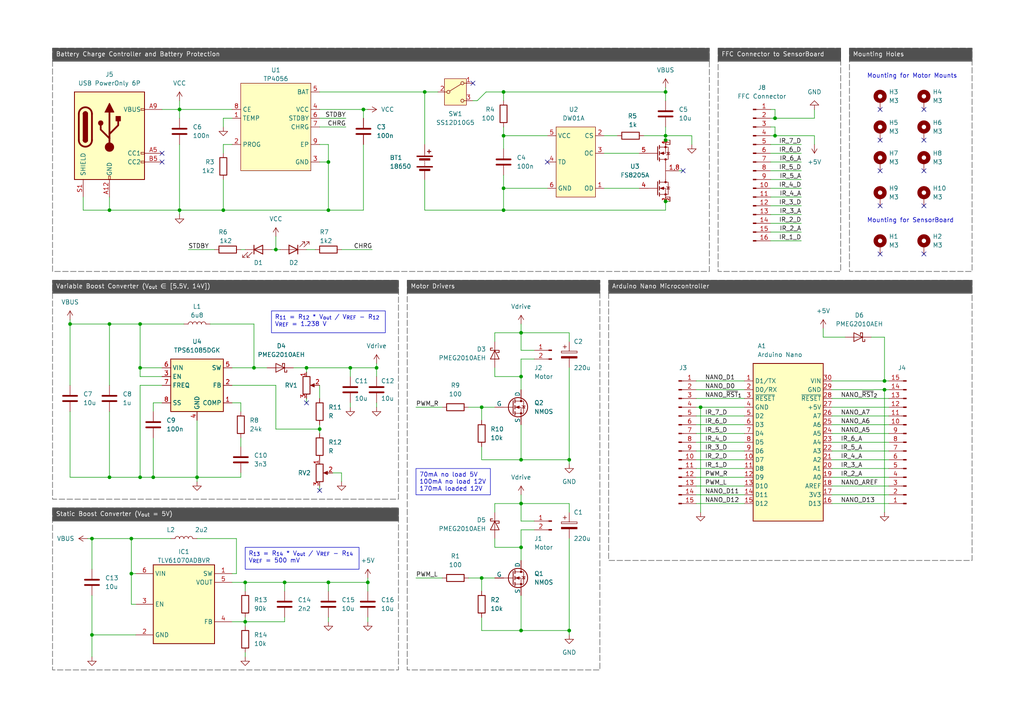
<source format=kicad_sch>
(kicad_sch (version 20231120) (generator "eeschema") (generator_version "8.0")
  (paper "A4")
  (junction (at 31.75 93.98))
  (junction (at 151.13 133.35))
  (junction (at 193.04 58.42))
  (junction (at 151.13 146.05))
  (junction (at 95.25 46.99))
  (junction (at 31.75 60.96))
  (junction (at 203.2 118.11))
  (junction (at 151.13 158.75))
  (junction (at 31.75 138.43))
  (junction (at 73.66 106.68))
  (junction (at 71.12 180.34))
  (junction (at 151.13 109.22))
  (junction (at 123.19 26.67))
  (junction (at 92.71 124.46))
  (junction (at 256.54 113.03))
  (junction (at 26.67 184.15))
  (junction (at 71.12 168.91))
  (junction (at 146.05 60.96))
  (junction (at 139.7 118.11))
  (junction (at 151.13 96.52))
  (junction (at 44.45 138.43))
  (junction (at 165.1 133.35))
  (junction (at 80.01 72.39))
  (junction (at 224.79 34.29))
  (junction (at 165.1 182.88))
  (junction (at 105.41 31.75))
  (junction (at 40.64 106.68))
  (junction (at 88.9 106.68))
  (junction (at 109.22 106.68))
  (junction (at 26.67 156.21))
  (junction (at 64.77 60.96))
  (junction (at 40.64 138.43))
  (junction (at 256.54 110.49))
  (junction (at 146.05 39.37))
  (junction (at 95.25 168.91))
  (junction (at 193.04 26.67))
  (junction (at 52.07 60.96))
  (junction (at 52.07 31.75))
  (junction (at 82.55 168.91))
  (junction (at 106.68 168.91))
  (junction (at 193.04 39.37))
  (junction (at 146.05 54.61))
  (junction (at 95.25 60.96))
  (junction (at 40.64 93.98))
  (junction (at 57.15 138.43))
  (junction (at 146.05 26.67))
  (junction (at 38.1 166.37))
  (junction (at 139.7 167.64))
  (junction (at 151.13 182.88))
  (junction (at 193.04 40.64))
  (junction (at 20.32 93.98))
  (junction (at 38.1 156.21))
  (junction (at 101.6 106.68))
  (junction (at 224.79 39.37))
  (no_connect (at 46.99 46.99))
  (no_connect (at 267.97 59.69))
  (no_connect (at 255.27 73.66))
  (no_connect (at 255.27 49.53))
  (no_connect (at 267.97 40.64))
  (no_connect (at 255.27 59.69))
  (no_connect (at 255.27 31.75))
  (no_connect (at 46.99 44.45))
  (no_connect (at 92.71 142.24))
  (no_connect (at 158.75 46.99))
  (no_connect (at 137.16 24.13))
  (no_connect (at 267.97 49.53))
  (no_connect (at 198.12 49.53))
  (no_connect (at 255.27 40.64))
  (no_connect (at 267.97 73.66))
  (no_connect (at 267.97 31.75))
  (no_connect (at 88.9 116.84))
  (wire (pts (xy 193.04 39.37) (xy 200.66 39.37)))
  (wire (pts (xy 92.71 34.29) (xy 100.33 34.29)))
  (wire (pts (xy 101.6 116.84) (xy 101.6 118.11)))
  (wire (pts (xy 101.6 106.68) (xy 101.6 109.22)))
  (wire (pts (xy 71.12 168.91) (xy 71.12 171.45)))
  (wire (pts (xy 31.75 93.98) (xy 31.75 111.76)))
  (wire (pts (xy 137.16 29.21) (xy 138.43 29.21)))
  (wire (pts (xy 143.51 96.52) (xy 143.51 99.06)))
  (wire (pts (xy 256.54 113.03) (xy 256.54 148.59)))
  (wire (pts (xy 95.25 168.91) (xy 95.25 171.45)))
  (wire (pts (xy 223.52 54.61) (xy 232.41 54.61)))
  (wire (pts (xy 151.13 182.88) (xy 165.1 182.88)))
  (wire (pts (xy 138.43 29.21) (xy 140.97 26.67)))
  (wire (pts (xy 201.93 123.19) (xy 215.9 123.19)))
  (wire (pts (xy 139.7 182.88) (xy 151.13 182.88)))
  (wire (pts (xy 95.25 46.99) (xy 95.25 60.96)))
  (wire (pts (xy 88.9 72.39) (xy 91.44 72.39)))
  (wire (pts (xy 67.31 111.76) (xy 80.01 111.76)))
  (wire (pts (xy 224.79 34.29) (xy 236.22 34.29)))
  (wire (pts (xy 57.15 139.7) (xy 57.15 138.43)))
  (wire (pts (xy 143.51 106.68) (xy 143.51 109.22)))
  (wire (pts (xy 38.1 156.21) (xy 38.1 166.37)))
  (wire (pts (xy 95.25 179.07) (xy 95.25 180.34)))
  (wire (pts (xy 223.52 52.07) (xy 232.41 52.07)))
  (wire (pts (xy 201.93 125.73) (xy 215.9 125.73)))
  (wire (pts (xy 120.65 167.64) (xy 128.27 167.64)))
  (wire (pts (xy 200.66 39.37) (xy 200.66 41.91)))
  (wire (pts (xy 123.19 60.96) (xy 123.19 52.07)))
  (wire (pts (xy 201.93 128.27) (xy 215.9 128.27)))
  (wire (pts (xy 146.05 36.83) (xy 146.05 39.37)))
  (wire (pts (xy 256.54 97.79) (xy 256.54 110.49)))
  (wire (pts (xy 241.3 138.43) (xy 257.81 138.43)))
  (wire (pts (xy 143.51 156.21) (xy 143.51 158.75)))
  (wire (pts (xy 92.71 31.75) (xy 105.41 31.75)))
  (wire (pts (xy 151.13 104.14) (xy 151.13 109.22)))
  (wire (pts (xy 44.45 116.84) (xy 44.45 119.38)))
  (wire (pts (xy 165.1 106.68) (xy 165.1 133.35)))
  (wire (pts (xy 224.79 39.37) (xy 224.79 36.83)))
  (wire (pts (xy 146.05 39.37) (xy 158.75 39.37)))
  (wire (pts (xy 52.07 31.75) (xy 67.31 31.75)))
  (wire (pts (xy 40.64 138.43) (xy 44.45 138.43)))
  (wire (pts (xy 26.67 156.21) (xy 26.67 165.1)))
  (wire (pts (xy 241.3 110.49) (xy 256.54 110.49)))
  (wire (pts (xy 223.52 41.91) (xy 232.41 41.91)))
  (wire (pts (xy 31.75 57.15) (xy 31.75 60.96)))
  (wire (pts (xy 198.12 49.53) (xy 196.85 49.53)))
  (wire (pts (xy 95.25 60.96) (xy 105.41 60.96)))
  (wire (pts (xy 92.71 124.46) (xy 92.71 125.73)))
  (wire (pts (xy 201.93 146.05) (xy 215.9 146.05)))
  (wire (pts (xy 151.13 101.6) (xy 154.94 101.6)))
  (wire (pts (xy 186.69 39.37) (xy 193.04 39.37)))
  (wire (pts (xy 151.13 158.75) (xy 151.13 162.56)))
  (wire (pts (xy 151.13 96.52) (xy 151.13 101.6)))
  (wire (pts (xy 165.1 96.52) (xy 165.1 99.06)))
  (wire (pts (xy 238.76 97.79) (xy 245.11 97.79)))
  (wire (pts (xy 241.3 128.27) (xy 257.81 128.27)))
  (wire (pts (xy 143.51 146.05) (xy 151.13 146.05)))
  (wire (pts (xy 146.05 54.61) (xy 158.75 54.61)))
  (wire (pts (xy 80.01 124.46) (xy 92.71 124.46)))
  (wire (pts (xy 44.45 127) (xy 44.45 138.43)))
  (wire (pts (xy 146.05 54.61) (xy 146.05 60.96)))
  (wire (pts (xy 67.31 168.91) (xy 71.12 168.91)))
  (wire (pts (xy 193.04 26.67) (xy 193.04 29.21)))
  (wire (pts (xy 165.1 182.88) (xy 165.1 184.15)))
  (wire (pts (xy 193.04 39.37) (xy 193.04 40.64)))
  (wire (pts (xy 257.81 123.19) (xy 241.3 123.19)))
  (wire (pts (xy 193.04 25.4) (xy 193.04 26.67)))
  (wire (pts (xy 82.55 168.91) (xy 95.25 168.91)))
  (wire (pts (xy 26.67 184.15) (xy 26.67 190.5)))
  (wire (pts (xy 101.6 106.68) (xy 109.22 106.68)))
  (wire (pts (xy 146.05 60.96) (xy 193.04 60.96)))
  (wire (pts (xy 193.04 58.42) (xy 194.31 58.42)))
  (wire (pts (xy 71.12 168.91) (xy 82.55 168.91)))
  (wire (pts (xy 165.1 156.21) (xy 165.1 182.88)))
  (wire (pts (xy 73.66 93.98) (xy 73.66 106.68)))
  (wire (pts (xy 57.15 138.43) (xy 69.85 138.43)))
  (wire (pts (xy 80.01 68.58) (xy 80.01 72.39)))
  (wire (pts (xy 256.54 110.49) (xy 257.81 110.49)))
  (wire (pts (xy 92.71 26.67) (xy 123.19 26.67)))
  (wire (pts (xy 99.06 72.39) (xy 107.95 72.39)))
  (wire (pts (xy 44.45 116.84) (xy 46.99 116.84)))
  (wire (pts (xy 120.65 118.11) (xy 128.27 118.11)))
  (wire (pts (xy 20.32 93.98) (xy 31.75 93.98)))
  (wire (pts (xy 257.81 120.65) (xy 241.3 120.65)))
  (wire (pts (xy 52.07 41.91) (xy 52.07 60.96)))
  (wire (pts (xy 139.7 167.64) (xy 139.7 171.45)))
  (wire (pts (xy 71.12 189.23) (xy 71.12 190.5)))
  (wire (pts (xy 223.52 59.69) (xy 232.41 59.69)))
  (wire (pts (xy 106.68 179.07) (xy 106.68 180.34)))
  (wire (pts (xy 71.12 180.34) (xy 71.12 181.61)))
  (wire (pts (xy 252.73 97.79) (xy 256.54 97.79)))
  (wire (pts (xy 64.77 52.07) (xy 64.77 60.96)))
  (wire (pts (xy 151.13 143.51) (xy 151.13 146.05)))
  (wire (pts (xy 201.93 120.65) (xy 215.9 120.65)))
  (wire (pts (xy 88.9 106.68) (xy 88.9 107.95)))
  (wire (pts (xy 40.64 109.22) (xy 46.99 109.22)))
  (wire (pts (xy 68.58 156.21) (xy 68.58 166.37)))
  (wire (pts (xy 201.93 110.49) (xy 215.9 110.49)))
  (wire (pts (xy 40.64 111.76) (xy 46.99 111.76)))
  (wire (pts (xy 67.31 116.84) (xy 69.85 116.84)))
  (wire (pts (xy 257.81 115.57) (xy 241.3 115.57)))
  (wire (pts (xy 151.13 123.19) (xy 151.13 133.35)))
  (wire (pts (xy 85.09 106.68) (xy 88.9 106.68)))
  (wire (pts (xy 69.85 116.84) (xy 69.85 119.38)))
  (wire (pts (xy 38.1 166.37) (xy 39.37 166.37)))
  (wire (pts (xy 223.52 39.37) (xy 224.79 39.37)))
  (wire (pts (xy 109.22 106.68) (xy 109.22 109.22)))
  (wire (pts (xy 78.74 72.39) (xy 80.01 72.39)))
  (wire (pts (xy 146.05 26.67) (xy 193.04 26.67)))
  (wire (pts (xy 151.13 172.72) (xy 151.13 182.88)))
  (wire (pts (xy 257.81 125.73) (xy 241.3 125.73)))
  (wire (pts (xy 151.13 109.22) (xy 151.13 113.03)))
  (wire (pts (xy 236.22 41.91) (xy 236.22 39.37)))
  (wire (pts (xy 92.71 111.76) (xy 92.71 115.57)))
  (wire (pts (xy 223.52 44.45) (xy 232.41 44.45)))
  (wire (pts (xy 105.41 41.91) (xy 105.41 60.96)))
  (wire (pts (xy 139.7 133.35) (xy 151.13 133.35)))
  (wire (pts (xy 224.79 34.29) (xy 224.79 31.75)))
  (wire (pts (xy 241.3 130.81) (xy 257.81 130.81)))
  (wire (pts (xy 96.52 137.16) (xy 99.06 137.16)))
  (wire (pts (xy 109.22 105.41) (xy 109.22 106.68)))
  (wire (pts (xy 223.52 57.15) (xy 232.41 57.15)))
  (wire (pts (xy 92.71 123.19) (xy 92.71 124.46)))
  (wire (pts (xy 238.76 95.25) (xy 238.76 97.79)))
  (wire (pts (xy 38.1 166.37) (xy 38.1 175.26)))
  (wire (pts (xy 26.67 172.72) (xy 26.67 184.15)))
  (wire (pts (xy 201.93 130.81) (xy 215.9 130.81)))
  (wire (pts (xy 151.13 133.35) (xy 165.1 133.35)))
  (wire (pts (xy 52.07 60.96) (xy 64.77 60.96)))
  (wire (pts (xy 123.19 60.96) (xy 146.05 60.96)))
  (wire (pts (xy 143.51 109.22) (xy 151.13 109.22)))
  (wire (pts (xy 69.85 127) (xy 69.85 129.54)))
  (wire (pts (xy 203.2 118.11) (xy 203.2 148.59)))
  (wire (pts (xy 40.64 106.68) (xy 40.64 109.22)))
  (wire (pts (xy 140.97 26.67) (xy 146.05 26.67)))
  (wire (pts (xy 31.75 138.43) (xy 40.64 138.43)))
  (wire (pts (xy 44.45 138.43) (xy 57.15 138.43)))
  (wire (pts (xy 106.68 168.91) (xy 106.68 171.45)))
  (wire (pts (xy 40.64 93.98) (xy 53.34 93.98)))
  (wire (pts (xy 241.3 118.11) (xy 257.81 118.11)))
  (wire (pts (xy 57.15 121.92) (xy 57.15 138.43)))
  (wire (pts (xy 71.12 180.34) (xy 82.55 180.34)))
  (wire (pts (xy 20.32 92.71) (xy 20.32 93.98)))
  (wire (pts (xy 135.89 118.11) (xy 139.7 118.11)))
  (wire (pts (xy 223.52 49.53) (xy 232.41 49.53)))
  (wire (pts (xy 26.67 156.21) (xy 38.1 156.21)))
  (wire (pts (xy 64.77 41.91) (xy 64.77 44.45)))
  (wire (pts (xy 31.75 119.38) (xy 31.75 138.43)))
  (wire (pts (xy 38.1 175.26) (xy 39.37 175.26)))
  (wire (pts (xy 82.55 179.07) (xy 82.55 180.34)))
  (wire (pts (xy 151.13 104.14) (xy 154.94 104.14)))
  (wire (pts (xy 151.13 93.98) (xy 151.13 96.52)))
  (wire (pts (xy 241.3 133.35) (xy 257.81 133.35)))
  (wire (pts (xy 139.7 179.07) (xy 139.7 182.88)))
  (wire (pts (xy 80.01 72.39) (xy 81.28 72.39)))
  (wire (pts (xy 109.22 116.84) (xy 109.22 118.11)))
  (wire (pts (xy 69.85 137.16) (xy 69.85 138.43)))
  (wire (pts (xy 52.07 31.75) (xy 52.07 34.29)))
  (wire (pts (xy 52.07 60.96) (xy 52.07 62.23)))
  (wire (pts (xy 69.85 72.39) (xy 71.12 72.39)))
  (wire (pts (xy 67.31 180.34) (xy 71.12 180.34)))
  (wire (pts (xy 123.19 26.67) (xy 127 26.67)))
  (wire (pts (xy 88.9 116.84) (xy 88.9 115.57)))
  (wire (pts (xy 60.96 93.98) (xy 73.66 93.98)))
  (wire (pts (xy 139.7 167.64) (xy 143.51 167.64)))
  (wire (pts (xy 203.2 118.11) (xy 215.9 118.11)))
  (wire (pts (xy 123.19 26.67) (xy 123.19 41.91)))
  (wire (pts (xy 31.75 93.98) (xy 40.64 93.98)))
  (wire (pts (xy 52.07 29.21) (xy 52.07 31.75)))
  (wire (pts (xy 223.52 31.75) (xy 224.79 31.75)))
  (wire (pts (xy 139.7 118.11) (xy 139.7 121.92)))
  (wire (pts (xy 201.93 140.97) (xy 215.9 140.97)))
  (wire (pts (xy 151.13 96.52) (xy 165.1 96.52)))
  (wire (pts (xy 223.52 36.83) (xy 224.79 36.83)))
  (wire (pts (xy 143.51 146.05) (xy 143.51 148.59)))
  (wire (pts (xy 223.52 69.85) (xy 232.41 69.85)))
  (wire (pts (xy 223.52 67.31) (xy 232.41 67.31)))
  (wire (pts (xy 88.9 106.68) (xy 101.6 106.68)))
  (wire (pts (xy 40.64 106.68) (xy 46.99 106.68)))
  (wire (pts (xy 64.77 34.29) (xy 67.31 34.29)))
  (wire (pts (xy 223.52 34.29) (xy 224.79 34.29)))
  (wire (pts (xy 67.31 166.37) (xy 68.58 166.37)))
  (wire (pts (xy 24.13 60.96) (xy 31.75 60.96)))
  (wire (pts (xy 46.99 31.75) (xy 52.07 31.75)))
  (wire (pts (xy 193.04 58.42) (xy 193.04 60.96)))
  (wire (pts (xy 201.93 133.35) (xy 215.9 133.35)))
  (wire (pts (xy 223.52 64.77) (xy 232.41 64.77)))
  (wire (pts (xy 236.22 34.29) (xy 236.22 31.75)))
  (wire (pts (xy 24.13 57.15) (xy 24.13 60.96)))
  (wire (pts (xy 201.93 138.43) (xy 215.9 138.43)))
  (wire (pts (xy 139.7 129.54) (xy 139.7 133.35)))
  (wire (pts (xy 139.7 118.11) (xy 143.51 118.11)))
  (wire (pts (xy 175.26 54.61) (xy 185.42 54.61)))
  (wire (pts (xy 38.1 156.21) (xy 49.53 156.21)))
  (wire (pts (xy 223.52 62.23) (xy 232.41 62.23)))
  (wire (pts (xy 20.32 119.38) (xy 20.32 138.43)))
  (wire (pts (xy 64.77 41.91) (xy 67.31 41.91)))
  (wire (pts (xy 151.13 151.13) (xy 154.94 151.13)))
  (wire (pts (xy 241.3 146.05) (xy 257.81 146.05)))
  (wire (pts (xy 223.52 46.99) (xy 232.41 46.99)))
  (wire (pts (xy 92.71 46.99) (xy 95.25 46.99)))
  (wire (pts (xy 25.4 156.21) (xy 26.67 156.21)))
  (wire (pts (xy 151.13 146.05) (xy 151.13 151.13)))
  (wire (pts (xy 92.71 41.91) (xy 95.25 41.91)))
  (wire (pts (xy 80.01 111.76) (xy 80.01 124.46)))
  (wire (pts (xy 165.1 133.35) (xy 165.1 134.62)))
  (wire (pts (xy 20.32 93.98) (xy 20.32 111.76)))
  (wire (pts (xy 31.75 60.96) (xy 52.07 60.96)))
  (wire (pts (xy 151.13 153.67) (xy 151.13 158.75)))
  (wire (pts (xy 99.06 137.16) (xy 99.06 139.7)))
  (wire (pts (xy 224.79 39.37) (xy 236.22 39.37)))
  (wire (pts (xy 201.93 135.89) (xy 215.9 135.89)))
  (wire (pts (xy 241.3 135.89) (xy 257.81 135.89)))
  (wire (pts (xy 26.67 184.15) (xy 39.37 184.15)))
  (wire (pts (xy 135.89 167.64) (xy 139.7 167.64)))
  (wire (pts (xy 257.81 143.51) (xy 241.3 143.51)))
  (wire (pts (xy 20.32 138.43) (xy 31.75 138.43)))
  (wire (pts (xy 165.1 146.05) (xy 165.1 148.59)))
  (wire (pts (xy 82.55 168.91) (xy 82.55 171.45)))
  (wire (pts (xy 151.13 146.05) (xy 165.1 146.05)))
  (wire (pts (xy 143.51 96.52) (xy 151.13 96.52)))
  (wire (pts (xy 151.13 153.67) (xy 154.94 153.67)))
  (wire (pts (xy 256.54 113.03) (xy 241.3 113.03)))
  (wire (pts (xy 95.25 168.91) (xy 106.68 168.91)))
  (wire (pts (xy 175.26 39.37) (xy 179.07 39.37)))
  (wire (pts (xy 201.93 115.57) (xy 215.9 115.57)))
  (wire (pts (xy 92.71 142.24) (xy 92.71 140.97)))
  (wire (pts (xy 92.71 36.83) (xy 100.33 36.83)))
  (wire (pts (xy 241.3 140.97) (xy 257.81 140.97)))
  (wire (pts (xy 201.93 118.11) (xy 203.2 118.11)))
  (wire (pts (xy 201.93 143.51) (xy 215.9 143.51)))
  (wire (pts (xy 143.51 158.75) (xy 151.13 158.75)))
  (wire (pts (xy 193.04 36.83) (xy 193.04 39.37)))
  (wire (pts (xy 146.05 39.37) (xy 146.05 43.18)))
  (wire (pts (xy 146.05 50.8) (xy 146.05 54.61)))
  (wire (pts (xy 64.77 60.96) (xy 95.25 60.96)))
  (wire (pts (xy 95.25 41.91) (xy 95.25 46.99)))
  (wire (pts (xy 57.15 156.21) (xy 68.58 156.21)))
  (wire (pts (xy 201.93 113.03) (xy 215.9 113.03)))
  (wire (pts (xy 40.64 93.98) (xy 40.64 106.68)))
  (wire (pts (xy 67.31 106.68) (xy 73.66 106.68)))
  (wire (pts (xy 64.77 34.29) (xy 64.77 36.83)))
  (wire (pts (xy 106.68 167.64) (xy 106.68 168.91)))
  (wire (pts (xy 105.41 31.75) (xy 105.41 34.29)))
  (wire (pts (xy 71.12 179.07) (xy 71.12 180.34)))
  (wire (pts (xy 193.04 40.64) (xy 194.31 40.64)))
  (wire (pts (xy 146.05 26.67) (xy 146.05 29.21)))
  (wire (pts (xy 175.26 44.45) (xy 185.42 44.45)))
  (wire (pts (xy 54.61 72.39) (xy 62.23 72.39)))
  (wire (pts (xy 257.81 113.03) (xy 256.54 113.03)))
  (wire (pts (xy 105.41 31.75) (xy 106.68 31.75)))
  (wire (pts (xy 40.64 111.76) (xy 40.64 138.43)))
  (wire (pts (xy 73.66 106.68) (xy 77.47 106.68)))
  (rectangle (start 15.24 147.32) (end 115.57 194.31) (stroke (width 0) (type dash) (color 67 67 67 1)))
  (rectangle (start 118.11 81.28) (end 173.99 194.31) (stroke (width 0) (type dash) (color 67 67 67 1)))
  (rectangle (start 176.53 81.28) (end 281.94 162.56) (stroke (width 0) (type dash) (color 67 67 67 1)))
  (rectangle (start 15.24 81.28) (end 115.57 144.78) (stroke (width 0) (type dash) (color 67 67 67 1)))
  (rectangle (start 208.28 13.97) (end 243.84 78.74) (stroke (width 0) (type dash) (color 67 67 67 1)))
  (rectangle (start 246.38 13.97) (end 281.94 78.74) (stroke (width 0) (type dash) (color 67 67 67 1)))
  (rectangle (start 15.24 13.97) (end 205.74 78.74) (stroke (width 0) (type dash) (color 67 67 67 1)))
  (text_box "Mounting Holes" (at 246.38 13.97 0) (size 35.56 3.81) (stroke (width 0) (color 80 80 80 1)) (fill (type color) (color 80 80 80 1)) (effects (font (size 1.27 1.27)) (justify left top)))
  (text_box "R_{11} = R_{12} * V_{out} / V_{REF} - R_{12}\nV_{REF} = 1.238 V" (at 78.74 90.17 0) (size 33.02 6.35) (effects (font (size 1.27 1.27)) (justify left top)))
  (text_box "Arduino Nano Microcontroller" (at 176.53 81.28 0) (size 105.41 3.81) (stroke (width 0) (color 80 80 80 1)) (fill (type color) (color 80 80 80 1)) (effects (font (size 1.27 1.27)) (justify left top)))
  (text_box "Battery Charge Controller and Battery Protection" (at 15.24 13.97 0) (size 190.5 3.81) (stroke (width 0) (color 80 80 80 1)) (fill (type color) (color 80 80 80 1)) (effects (font (size 1.27 1.27)) (justify left top)))
  (text_box "FFC Connector to SensorBoard" (at 208.28 13.97 0) (size 35.56 3.81) (stroke (width 0) (color 80 80 80 1)) (fill (type color) (color 80 80 80 1)) (effects (font (size 1.27 1.27)) (justify left top)))
  (text_box "Variable Boost Converter (V_{out} ∈ [5.5V, 14V])" (at 15.24 81.28 0) (size 100.33 3.81) (stroke (width 0) (color 80 80 80 1)) (fill (type color) (color 80 80 80 1)) (effects (font (size 1.27 1.27)) (justify left top)))
  (text_box "70mA no load 5V\n100mA no load 12V\n170mA loaded 12V" (at 120.65 135.89 0) (size 21.59 7.62) (effects (font (size 1.27 1.27)) (justify left top)))
  (text_box "Motor Drivers" (at 118.11 81.28 0) (size 55.88 3.81) (stroke (width 0) (color 80 80 80 1)) (fill (type color) (color 80 80 80 1)) (effects (font (size 1.27 1.27)) (justify left top)))
  (text_box "R_{13} = R_{14} * V_{out} / V_{REF} - R_{14}\nV_{REF} = 500 mV" (at 71.12 158.75 0) (size 33.02 6.35) (effects (font (size 1.27 1.27)) (justify left top)))
  (text_box "Static Boost Converter (V_{out} = 5V)" (at 15.24 147.32 0) (size 100.33 3.81) (stroke (width 0) (color 80 80 80 1)) (fill (type color) (color 80 80 80 1)) (effects (font (size 1.27 1.27)) (justify left top)))
  (text "Mounting for SensorBoard" (at 251.46 64.77 0) (effects (font (size 1.27 1.27)) (justify left bottom)))
  (text "Mounting for Motor Mounts" (at 251.46 22.86 0) (effects (font (size 1.27 1.27)) (justify left bottom)))
  (label "STDBY" (at 100.33 34.29 180))
  (label "IR_7_D" (at 232.41 41.91 180))
  (label "IR_3_A" (at 243.84 135.89 0))
  (label "IR_2_A" (at 243.84 138.43 0))
  (label "IR_4_A" (at 243.84 133.35 0))
  (label "NANO_D1" (at 204.47 110.49 0))
  (label "STDBY" (at 54.61 72.39 0))
  (label "PWM_L" (at 120.65 167.64 0))
  (label "NANO_A5" (at 243.84 125.73 0))
  (label "IR_3_A" (at 232.41 62.23 180))
  (label "IR_6_A" (at 243.84 128.27 0))
  (label "NANO_D13" (at 243.84 146.05 0))
  (label "PWM_L" (at 204.47 140.97 0))
  (label "NANO_AREF" (at 243.84 140.97 0))
  (label "IR_1_D" (at 204.47 135.89 0))
  (label "IR_2_A" (at 232.41 67.31 180))
  (label "IR_6_A" (at 232.41 46.99 180))
  (label "IR_6_D" (at 204.47 123.19 0))
  (label "IR_4_D" (at 204.47 128.27 0))
  (label "IR_7_D" (at 204.47 120.65 0))
  (label "CHRG" (at 107.95 72.39 180))
  (label "CHRG" (at 100.33 36.83 180))
  (label "PWM_R" (at 120.65 118.11 0))
  (label "NANO_A7" (at 243.84 120.65 0))
  (label "IR_5_A" (at 232.41 52.07 180))
  (label "PWM_R" (at 204.47 138.43 0))
  (label "IR_2_D" (at 232.41 64.77 180))
  (label "IR_4_A" (at 232.41 57.15 180))
  (label "NANO_A6" (at 243.84 123.19 0))
  (label "NANO_~{RST}_{1}" (at 204.47 115.57 0))
  (label "NANO_D0" (at 204.47 113.03 0))
  (label "IR_2_D" (at 204.47 133.35 0))
  (label "IR_3_D" (at 232.41 59.69 180))
  (label "IR_6_D" (at 232.41 44.45 180))
  (label "NANO_D11" (at 204.47 143.51 0))
  (label "NANO_D12" (at 204.47 146.05 0))
  (label "IR_5_D" (at 204.47 125.73 0))
  (label "IR_1_D" (at 232.41 69.85 180))
  (label "NANO_~{RST}_{2}" (at 243.84 115.57 0))
  (label "IR_5_D" (at 232.41 49.53 180))
  (label "IR_5_A" (at 243.84 130.81 0))
  (label "IR_3_D" (at 204.47 130.81 0))
  (label "IR_4_D" (at 232.41 54.61 180))
  (symbol (lib_id "Mechanical:MountingHole_Pad") (at 255.27 46.99 0) (unit 1)
    (property "Reference" "H7" (at 257.81 44.45 0) (effects (justify left)))
    (property "Value" "M3" (at 257.81 46.99 0) (effects (justify left)))
    (property "Footprint" "ImportedLibrary:MountingHole_Soldernut_M3" (effects (hide yes)))
  )
  (symbol (lib_id "power:GND") (at 64.77 36.83 0) (unit 1)
    (property "Reference" "#PWR08" (effects (hide yes)))
    (property "Value" "GND" (effects (hide yes)))
  )
  (symbol (lib_id "power:+5V") (at 236.22 41.91 0) (mirror x) (unit 1)
    (property "Reference" "#PWR02" (effects (hide yes)))
    (property "Value" "+5V" (at 236.22 46.99 0))
  )
  (symbol (lib_id "Device:C") (at 101.6 113.03 0) (unit 1)
    (property "Reference" "C11" (at 102.87 110.49 0) (effects (justify left)))
    (property "Value" "10u" (at 102.87 115.57 0) (effects (justify left)))
    (property "Footprint" "Capacitor_SMD:C_0603_1608Metric" (effects (hide yes)))
  )
  (symbol (lib_id "Device:LED") (at 85.09 72.39 180) (unit 1)
    (property "Reference" "D2" (at 83.82 76.2 0) (effects (justify right)))
    (property "Value" "LED" (effects (hide yes)))
    (property "Footprint" "LED_SMD:LED_0603_1608Metric" (effects (hide yes)))
  )
  (symbol (lib_id "power:GND") (at 200.66 41.91 0) (unit 1)
    (property "Reference" "#PWR016" (effects (hide yes)))
    (property "Value" "GND" (effects (hide yes)))
  )
  (symbol (lib_id "Connector:Conn_01x02_Pin") (at 160.02 101.6 0) (mirror y) (unit 1)
    (property "Reference" "J2" (at 154.94 106.68 0) (effects (justify right)))
    (property "Value" "Motor" (at 154.94 109.22 0) (effects (justify right)))
    (property "Footprint" "TerminalBlock:TerminalBlock_bornier-2_P5.08mm" (effects (hide yes)))
  )
  (symbol (lib_id "power:GND") (at 165.1 134.62 0) (unit 1)
    (property "Reference" "#PWR024" (effects (hide yes)))
    (property "Value" "GND" (at 165.1 139.7 0))
  )
  (symbol (lib_id "Switch:SW_SPDT") (at 132.08 26.67 0) (unit 1)
    (property "Reference" "SW1" (at 132.08 33.02 0))
    (property "Value" "SS12D10G5" (at 132.08 35.56 0))
    (property "Footprint" "ImportedLibrary:SS12D10G5_SlideSwitch" (effects (hide yes)))
  )
  (symbol (lib_id "Mechanical:MountingHole_Pad") (at 267.97 57.15 0) (unit 1)
    (property "Reference" "H10" (at 270.51 54.61 0) (effects (justify left)))
    (property "Value" "M3" (at 270.51 57.15 0) (effects (justify left)))
    (property "Footprint" "ImportedLibrary:MountingHole_Soldernut_M3" (effects (hide yes)))
  )
  (symbol (lib_id "power:VBUS") (at 25.4 156.21 90) (unit 1)
    (property "Reference" "#PWR07" (effects (hide yes)))
    (property "Value" "VBUS" (at 21.59 156.21 90) (effects (justify left)))
  )
  (symbol (lib_id "power:GND") (at 26.67 190.5 0) (unit 1)
    (property "Reference" "#PWR011" (effects (hide yes)))
    (property "Value" "GND" (effects (hide yes)))
  )
  (symbol (lib_id "Device:R") (at 69.85 123.19 0) (unit 1)
    (property "Reference" "R8" (at 72.39 121.92 0) (effects (justify left)))
    (property "Value" "24k" (at 72.39 124.46 0) (effects (justify left)))
    (property "Footprint" "Resistor_SMD:R_0402_1005Metric" (effects (hide yes)))
  )
  (symbol (lib_id "ImportedLibrary:DW01A") (at 158.75 31.75 0) (unit 1)
    (property "Reference" "U2" (at 166.37 31.75 0))
    (property "Value" "DW01A" (at 166.37 34.29 0))
    (property "Footprint" "Package_TO_SOT_SMD:SOT-23-6" (effects (hide yes)))
  )
  (symbol (lib_id "power:Vdrive") (at 151.13 93.98 0) (unit 1)
    (property "Reference" "#PWR03" (effects (hide yes)))
    (property "Value" "Vdrive" (at 151.13 88.9 0))
  )
  (symbol (lib_id "Mechanical:MountingHole_Pad") (at 255.27 29.21 0) (unit 1)
    (property "Reference" "H3" (at 257.81 26.67 0) (effects (justify left)))
    (property "Value" "M3" (at 257.81 29.21 0) (effects (justify left)))
    (property "Footprint" "ImportedLibrary:MountingHole_Soldernut_M3" (effects (hide yes)))
  )
  (symbol (lib_id "Mechanical:MountingHole_Pad") (at 267.97 38.1 0) (unit 1)
    (property "Reference" "H6" (at 270.51 35.56 0) (effects (justify left)))
    (property "Value" "M3" (at 270.51 38.1 0) (effects (justify left)))
    (property "Footprint" "ImportedLibrary:MountingHole_Soldernut_M3" (effects (hide yes)))
  )
  (symbol (lib_id "power:VBUS") (at 193.04 25.4 0) (unit 1)
    (property "Reference" "#PWR023" (effects (hide yes)))
    (property "Value" "VBUS" (at 193.04 20.32 0))
  )
  (symbol (lib_id "Device:R") (at 71.12 175.26 0) (unit 1)
    (property "Reference" "R13" (at 73.66 173.99 0) (effects (justify left)))
    (property "Value" "90k" (at 73.66 176.53 0) (effects (justify left)))
    (property "Footprint" "Resistor_SMD:R_0402_1005Metric" (effects (hide yes)))
  )
  (symbol (lib_id "Device:C") (at 20.32 115.57 0) (unit 1)
    (property "Reference" "C7" (at 24.13 114.3 0) (effects (justify left)))
    (property "Value" "10u" (at 24.13 116.84 0) (effects (justify left)))
    (property "Footprint" "Capacitor_SMD:C_0603_1608Metric" (effects (hide yes)))
  )
  (symbol (lib_id "power:GND") (at 99.06 139.7 0) (unit 1)
    (property "Reference" "#PWR019" (effects (hide yes)))
    (property "Value" "GND" (effects (hide yes)))
  )
  (symbol (lib_id "Device:C") (at 105.41 38.1 0) (unit 1)
    (property "Reference" "C3" (at 109.22 36.83 0) (effects (justify left)))
    (property "Value" "100n" (at 109.22 39.37 0) (effects (justify left)))
    (property "Footprint" "Capacitor_SMD:C_0402_1005Metric" (effects (hide yes)))
  )
  (symbol (lib_id "power:GND") (at 71.12 190.5 0) (unit 1)
    (property "Reference" "#PWR026" (effects (hide yes)))
    (property "Value" "GND" (effects (hide yes)))
  )
  (symbol (lib_id "Device:C") (at 31.75 115.57 0) (unit 1)
    (property "Reference" "C8" (at 35.56 114.3 0) (effects (justify left)))
    (property "Value" "1u" (at 35.56 116.84 0) (effects (justify left)))
    (property "Footprint" "Capacitor_SMD:C_0402_1005Metric" (effects (hide yes)))
  )
  (symbol (lib_id "Device:R") (at 92.71 129.54 0) (unit 1)
    (property "Reference" "R12" (at 95.25 128.27 0) (effects (justify left)))
    (property "Value" "R" (at 95.25 130.81 0) (effects (justify left)))
    (property "Footprint" "Resistor_SMD:R_0402_1005Metric" (effects (hide yes)))
  )
  (symbol (lib_id "power:Vdrive") (at 109.22 105.41 0) (unit 1)
    (property "Reference" "#PWR021" (effects (hide yes)))
    (property "Value" "Vdrive" (at 109.22 100.33 0))
  )
  (symbol (lib_id "Device:R") (at 71.12 185.42 0) (unit 1)
    (property "Reference" "R14" (at 73.66 184.15 0) (effects (justify left)))
    (property "Value" "10k" (at 73.66 186.69 0) (effects (justify left)))
    (property "Footprint" "Resistor_SMD:R_0402_1005Metric" (effects (hide yes)))
  )
  (symbol (lib_id "Mechanical:MountingHole_Pad") (at 267.97 29.21 0) (unit 1)
    (property "Reference" "H4" (at 270.51 26.67 0) (effects (justify left)))
    (property "Value" "M3" (at 270.51 29.21 0) (effects (justify left)))
    (property "Footprint" "ImportedLibrary:MountingHole_Soldernut_M3" (effects (hide yes)))
  )
  (symbol (lib_id "Device:C") (at 146.05 46.99 0) (unit 1)
    (property "Reference" "C4" (at 149.86 45.72 0) (effects (justify left)))
    (property "Value" "100n" (at 149.86 48.26 0) (effects (justify left)))
    (property "Footprint" "Capacitor_SMD:C_0402_1005Metric" (effects (hide yes)))
  )
  (symbol (lib_id "Device:R_Potentiometer") (at 92.71 137.16 0) (unit 1)
    (property "Reference" "RV2" (at 90.17 137.16 0) (effects (justify right)))
    (property "Value" "R_Potentiometer" (effects (hide yes)))
    (property "Footprint" "Potentiometer_SMD:Potentiometer_Bourns_TC33X_Vertical" (effects (hide yes)))
  )
  (symbol (lib_id "Connector:Conn_01x15_Pin") (at 196.85 128.27 0) (unit 1)
    (property "Reference" "J3" (at 198.12 106.68 0))
    (property "Value" "Row 2" (effects (hide yes)))
    (property "Footprint" "Connector_PinSocket_2.54mm:PinSocket_1x15_P2.54mm_Vertical" (effects (hide yes)))
  )
  (symbol (lib_id "Connector:Conn_01x15_Pin") (at 262.89 128.27 180) (unit 1)
    (property "Reference" "J4" (at 261.62 106.68 0))
    (property "Value" "Row 2" (effects (hide yes)))
    (property "Footprint" "Connector_PinSocket_2.54mm:PinSocket_1x15_P2.54mm_Vertical" (effects (hide yes)))
  )
  (symbol (lib_id "power:GND") (at 101.6 118.11 0) (unit 1)
    (property "Reference" "#PWR020" (effects (hide yes)))
    (property "Value" "GND" (effects (hide yes)))
  )
  (symbol (lib_id "Diode:PMEG2010AEH") (at 143.51 102.87 90) (mirror x) (unit 1)
    (property "Reference" "D3" (at 140.97 101.2825 90) (effects (justify left)))
    (property "Value" "PMEG2010AEH" (at 140.97 103.8225 90) (effects (justify left)))
    (property "Footprint" "Diode_SMD:D_SOD-123F" (effects (hide yes)))
    (property "Datasheet" "https://assets.nexperia.com/documents/data-sheet/PMEG2010AEH_PMEG2010AET.pdf" (effects (hide yes)))
  )
  (symbol (lib_id "Device:R") (at 92.71 119.38 0) (unit 1)
    (property "Reference" "R11" (at 95.25 118.11 0) (effects (justify left)))
    (property "Value" "R" (at 95.25 120.65 0) (effects (justify left)))
    (property "Footprint" "Resistor_SMD:R_0402_1005Metric" (effects (hide yes)))
  )
  (symbol (lib_id "Connector:Conn_01x16_Pin") (at 218.44 49.53 0) (unit 1)
    (property "Reference" "J8" (at 220.98 25.4 0))
    (property "Value" "FFC Connector" (at 220.98 27.94 0))
    (property "Footprint" "Connector_FFC-FPC:Hirose_FH12-16S-0.5SH_1x16-1MP_P0.50mm_Horizontal" (effects (hide yes)))
  )
  (symbol (lib_id "ImportedLibrary:TLV61070ADBVR") (at 39.37 166.37 0) (unit 1)
    (property "Reference" "IC1" (at 53.34 160.02 0))
    (property "Value" "TLV61070ADBVR" (at 53.34 162.56 0))
    (property "Footprint" "ImportedLibrary:TLV61070ADBVR" (effects (hide yes)))
    (property "Height" "1.45" (effects (hide yes)))
    (property "Mouser Part Number" "595-TLV61070ADBVR" (effects (hide yes)))
    (property "Mouser Price/Stock" "https://www.mouser.co.uk/ProductDetail/Texas-Instruments/TLV61070ADBVR?qs=T%252BzbugeAwjhLlT1empixsw%3D%3D" (effects (hide yes)))
    (property "Manufacturer_Name" "Texas Instruments" (effects (hide yes)))
    (property "Manufacturer_Part_Number" "TLV61070ADBVR" (effects (hide yes)))
  )
  (symbol (lib_id "Device:C") (at 52.07 38.1 0) (unit 1)
    (property "Reference" "C6" (at 55.88 36.83 0) (effects (justify left)))
    (property "Value" "100n" (at 55.88 39.37 0) (effects (justify left)))
    (property "Footprint" "Capacitor_SMD:C_0402_1005Metric" (effects (hide yes)))
  )
  (symbol (lib_id "Device:C_Polarized") (at 165.1 152.4 0) (unit 1)
    (property "Reference" "C1" (at 166.37 148.59 0) (effects (justify left)))
    (property "Value" "220u" (at 166.37 156.21 0) (effects (justify left)))
    (property "Footprint" "Capacitor_THT:CP_Radial_D8.0mm_P5.00mm" (effects (hide yes)))
  )
  (symbol (lib_id "power:GND") (at 203.2 148.59 0) (unit 1)
    (property "Reference" "#PWR017" (effects (hide yes)))
    (property "Value" "GND" (effects (hide yes)))
  )
  (symbol (lib_id "Device:R") (at 95.25 72.39 90) (unit 1)
    (property "Reference" "R7" (at 92.71 67.31 90) (effects (justify right)))
    (property "Value" "1k2" (at 92.71 69.85 90) (effects (justify right)))
    (property "Footprint" "Resistor_SMD:R_0402_1005Metric" (effects (hide yes)))
  )
  (symbol (lib_id "Device:L") (at 57.15 93.98 90) (unit 1)
    (property "Reference" "L1" (at 57.15 88.9 90))
    (property "Value" "6u8" (at 57.15 91.44 90))
    (property "Footprint" "Inductor_SMD:L_6.3x6.3_H3" (effects (hide yes)))
  )
  (symbol (lib_id "power:GND") (at 106.68 180.34 0) (unit 1)
    (property "Reference" "#PWR030" (effects (hide yes)))
    (property "Value" "GND" (effects (hide yes)))
  )
  (symbol (lib_id "Connector:USB_C_Receptacle_PowerOnly_6P") (at 31.75 39.37 0) (unit 1)
    (property "Reference" "J5" (at 31.75 21.59 0))
    (property "Value" "USB PowerOnly 6P" (at 31.75 24.13 0))
    (property "Footprint" "Connector_USB:USB_C_Receptacle_GCT_USB4125-xx-x_6P_TopMnt_Horizontal" (effects (hide yes)))
    (property "Datasheet" "https://www.usb.org/sites/default/files/documents/usb_type-c.zip" (effects (hide yes)))
  )
  (symbol (lib_id "Device:C") (at 106.68 175.26 0) (unit 1)
    (property "Reference" "C16" (at 110.49 173.99 0) (effects (justify left)))
    (property "Value" "10u" (at 110.49 176.53 0) (effects (justify left)))
    (property "Footprint" "Capacitor_SMD:C_0603_1608Metric" (effects (hide yes)))
  )
  (symbol (lib_id "Device:R") (at 64.77 48.26 0) (unit 1)
    (property "Reference" "R3" (at 62.23 46.99 0) (effects (justify right)))
    (property "Value" "1k2" (at 62.23 49.53 0) (effects (justify right)))
    (property "Footprint" "Resistor_SMD:R_0402_1005Metric" (effects (hide yes)))
  )
  (symbol (lib_id "Diode:PMEG2010AEH") (at 143.51 152.4 90) (mirror x) (unit 1)
    (property "Reference" "D5" (at 140.97 150.8125 90) (effects (justify left)))
    (property "Value" "PMEG2010AEH" (at 140.97 153.3525 90) (effects (justify left)))
    (property "Footprint" "Diode_SMD:D_SOD-123F" (effects (hide yes)))
    (property "Datasheet" "https://assets.nexperia.com/documents/data-sheet/PMEG2010AEH_PMEG2010AET.pdf" (effects (hide yes)))
  )
  (symbol (lib_id "power:Vdrive") (at 151.13 143.51 0) (unit 1)
    (property "Reference" "#PWR010" (effects (hide yes)))
    (property "Value" "Vdrive" (at 151.13 138.43 0))
  )
  (symbol (lib_id "power:VBUS") (at 20.32 92.71 0) (unit 1)
    (property "Reference" "#PWR025" (effects (hide yes)))
    (property "Value" "VBUS" (at 20.32 87.63 0))
  )
  (symbol (lib_id "Device:R_Potentiometer") (at 88.9 111.76 0) (unit 1)
    (property "Reference" "RV1" (at 86.36 111.76 0) (effects (justify right)))
    (property "Value" "R_Potentiometer" (effects (hide yes)))
    (property "Footprint" "Potentiometer_SMD:Potentiometer_Bourns_TC33X_Vertical" (effects (hide yes)))
  )
  (symbol (lib_id "power:GND") (at 95.25 180.34 0) (unit 1)
    (property "Reference" "#PWR027" (effects (hide yes)))
    (property "Value" "GND" (effects (hide yes)))
  )
  (symbol (lib_id "Device:C") (at 69.85 133.35 0) (unit 1)
    (property "Reference" "C10" (at 73.66 132.08 0) (effects (justify left)))
    (property "Value" "3n3" (at 73.66 134.62 0) (effects (justify left)))
    (property "Footprint" "Capacitor_SMD:C_0402_1005Metric" (effects (hide yes)))
  )
  (symbol (lib_id "Mechanical:MountingHole_Pad") (at 267.97 46.99 0) (unit 1)
    (property "Reference" "H8" (at 270.51 44.45 0) (effects (justify left)))
    (property "Value" "M3" (at 270.51 46.99 0) (effects (justify left)))
    (property "Footprint" "ImportedLibrary:MountingHole_Soldernut_M3" (effects (hide yes)))
  )
  (symbol (lib_id "Device:L") (at 53.34 156.21 90) (unit 1)
    (property "Reference" "L2" (at 49.53 153.67 90))
    (property "Value" "2u2" (at 58.42 153.67 90))
    (property "Footprint" "Inductor_SMD:L_Changjiang_FNR5030S" (effects (hide yes)))
  )
  (symbol (lib_id "Regulator_Switching:TPS61085DGK") (at 57.15 111.76 0) (unit 1)
    (property "Reference" "U4" (at 57.15 99.06 0))
    (property "Value" "TPS61085DGK" (at 57.15 101.6 0))
    (property "Footprint" "Package_SO:VSSOP-8_3.0x3.0mm_P0.65mm" (effects (hide yes)))
    (property "Datasheet" "https://www.ti.com/lit/ds/symlink/tps61085.pdf" (effects (hide yes)))
  )
  (symbol (lib_id "ImportedLibrary:TP4056") (at 63.5 30.48 0) (unit 1)
    (property "Reference" "U1" (at 80.01 20.32 0))
    (property "Value" "TP4056" (at 80.01 22.86 0))
    (property "Footprint" "Package_SO:SO-8_3.9x4.9mm_P1.27mm" (effects (hide yes)))
  )
  (symbol (lib_id "ImportedLibrary:FS8205A") (at 193.04 45.72 0) (unit 1)
    (property "Reference" "U3" (at 184.15 48.26 0))
    (property "Value" "FS8205A" (at 184.15 50.8 0))
    (property "Footprint" "Package_TO_SOT_SMD:SOT-23-6" (effects (hide yes)))
  )
  (symbol (lib_id "power:GND") (at 57.15 139.7 0) (unit 1)
    (property "Reference" "#PWR012" (effects (hide yes)))
    (property "Value" "GND" (effects (hide yes)))
  )
  (symbol (lib_id "MCU_Module:Arduino_Nano_v2.x") (at 228.6 128.27 0) (unit 1)
    (property "Reference" "A1" (at 219.71 100.33 0) (effects (justify left)))
    (property "Value" "Arduino Nano" (at 219.71 102.87 0) (effects (justify left)))
    (property "Footprint" "Module:Arduino_Nano" (effects (hide yes)))
    (property "Datasheet" "https://www.arduino.cc/en/uploads/Main/ArduinoNanoManual23.pdf" (effects (hide yes)))
  )
  (symbol (lib_id "Device:C_Polarized") (at 165.1 102.87 0) (unit 1)
    (property "Reference" "C2" (at 166.37 99.06 0) (effects (justify left)))
    (property "Value" "220u" (at 166.37 106.68 0) (effects (justify left)))
    (property "Footprint" "Capacitor_THT:CP_Radial_D8.0mm_P5.00mm" (effects (hide yes)))
  )
  (symbol (lib_id "Device:C") (at 95.25 175.26 0) (unit 1)
    (property "Reference" "C15" (at 99.06 173.99 0) (effects (justify left)))
    (property "Value" "10u" (at 99.06 176.53 0) (effects (justify left)))
    (property "Footprint" "Capacitor_SMD:C_0603_1608Metric" (effects (hide yes)))
  )
  (symbol (lib_id "Device:R") (at 146.05 33.02 0) (unit 1)
    (property "Reference" "R4" (at 143.51 31.75 0) (effects (justify right)))
    (property "Value" "100" (at 143.51 34.29 0) (effects (justify right)))
    (property "Footprint" "Resistor_SMD:R_0402_1005Metric" (effects (hide yes)))
  )
  (symbol (lib_id "Device:R") (at 182.88 39.37 270) (unit 1)
    (property "Reference" "R5" (at 184.785 33.655 90) (effects (justify right)))
    (property "Value" "1k" (at 184.785 36.195 90) (effects (justify right)))
    (property "Footprint" "Resistor_SMD:R_0402_1005Metric" (effects (hide yes)))
  )
  (symbol (lib_name "NMOS_1") (lib_id "Simulation_SPICE:NMOS") (at 148.59 118.11 0) (unit 1)
    (property "Reference" "Q2" (at 154.94 116.84 0) (effects (justify left)))
    (property "Value" "NMOS" (at 154.94 119.38 0) (effects (justify left)))
    (property "Footprint" "Package_TO_SOT_THT:TO-220F-3_Vertical" (effects (hide yes)))
    (property "Datasheet" "https://ngspice.sourceforge.io/docs/ngspice-manual.pdf" (effects (hide yes)))
    (property "Sim.Device" "NMOS" (effects (hide yes)))
    (property "Sim.Type" "VDMOS" (effects (hide yes)))
    (property "Sim.Pins" "1=D 2=G 3=S" (effects (hide yes)))
  )
  (symbol (lib_id "power:+5V") (at 106.68 167.64 0) (unit 1)
    (property "Reference" "#PWR014" (effects (hide yes)))
    (property "Value" "+5V" (at 106.68 162.56 0))
  )
  (symbol (lib_id "Device:C") (at 82.55 175.26 0) (unit 1)
    (property "Reference" "C14" (at 86.36 173.99 0) (effects (justify left)))
    (property "Value" "2n2" (at 86.36 176.53 0) (effects (justify left)))
    (property "Footprint" "Capacitor_SMD:C_0402_1005Metric" (effects (hide yes)))
  )
  (symbol (lib_id "Diode:PMEG2010AEH") (at 248.92 97.79 180) (unit 1)
    (property "Reference" "D6" (at 249.2375 91.44 0))
    (property "Value" "PMEG2010AEH" (at 249.2375 93.98 0))
    (property "Footprint" "Diode_SMD:D_SOD-123F" (effects (hide yes)))
    (property "Datasheet" "https://assets.nexperia.com/documents/data-sheet/PMEG2010AEH_PMEG2010AET.pdf" (effects (hide yes)))
  )
  (symbol (lib_id "Device:C") (at 26.67 168.91 0) (unit 1)
    (property "Reference" "C13" (at 30.48 167.64 0) (effects (justify left)))
    (property "Value" "10u" (at 30.48 170.18 0) (effects (justify left)))
    (property "Footprint" "Capacitor_SMD:C_0603_1608Metric" (effects (hide yes)))
  )
  (symbol (lib_id "Device:LED") (at 74.93 72.39 0) (unit 1)
    (property "Reference" "D1" (at 74.93 76.2 0))
    (property "Value" "LED" (effects (hide yes)))
    (property "Footprint" "LED_SMD:LED_0603_1608Metric" (effects (hide yes)))
  )
  (symbol (lib_id "power:VCC") (at 80.01 68.58 0) (unit 1)
    (property "Reference" "#PWR06" (effects (hide yes)))
    (property "Value" "VCC" (at 80.01 63.5 0))
  )
  (symbol (lib_id "power:VCC") (at 106.68 31.75 270) (unit 1)
    (property "Reference" "#PWR05" (effects (hide yes)))
    (property "Value" "VCC" (at 110.49 31.75 90) (effects (justify left)))
  )
  (symbol (lib_id "Device:R") (at 132.08 167.64 270) (mirror x) (unit 1)
    (property "Reference" "R1" (at 132.08 161.29 90))
    (property "Value" "100" (at 132.08 163.83 90))
    (property "Footprint" "Resistor_SMD:R_0402_1005Metric" (effects (hide yes)))
  )
  (symbol (lib_id "power:GND") (at 52.07 62.23 0) (unit 1)
    (property "Reference" "#PWR015" (effects (hide yes)))
    (property "Value" "GND" (effects (hide yes)))
  )
  (symbol (lib_id "Connector:Conn_01x02_Pin") (at 160.02 151.13 0) (mirror y) (unit 1)
    (property "Reference" "J1" (at 154.94 156.21 0) (effects (justify right)))
    (property "Value" "Motor" (at 154.94 158.75 0) (effects (justify right)))
    (property "Footprint" "TerminalBlock:TerminalBlock_bornier-2_P5.08mm" (effects (hide yes)))
  )
  (symbol (lib_id "power:GND") (at 165.1 184.15 0) (unit 1)
    (property "Reference" "#PWR04" (effects (hide yes)))
    (property "Value" "GND" (at 165.1 189.23 0))
  )
  (symbol (lib_id "Mechanical:MountingHole_Pad") (at 255.27 71.12 0) (unit 1)
    (property "Reference" "H1" (at 257.81 68.58 0) (effects (justify left)))
    (property "Value" "M3" (at 257.81 71.12 0) (effects (justify left)))
    (property "Footprint" "ImportedLibrary:MountingHole_Soldernut_M3" (effects (hide yes)))
  )
  (symbol (lib_id "Device:C") (at 44.45 123.19 0) (unit 1)
    (property "Reference" "C9" (at 48.26 121.92 0) (effects (justify left)))
    (property "Value" "100n" (at 48.26 124.46 0) (effects (justify left)))
    (property "Footprint" "Capacitor_SMD:C_0402_1005Metric" (effects (hide yes)))
  )
  (symbol (lib_id "Device:R") (at 66.04 72.39 270) (unit 1)
    (property "Reference" "R6" (at 66.04 67.31 90) (effects (justify right)))
    (property "Value" "1k2" (at 67.31 69.85 90) (effects (justify right)))
    (property "Footprint" "Resistor_SMD:R_0402_1005Metric" (effects (hide yes)))
  )
  (symbol (lib_id "power:GND") (at 256.54 148.59 0) (unit 1)
    (property "Reference" "#PWR018" (effects (hide yes)))
    (property "Value" "GND" (effects (hide yes)))
  )
  (symbol (lib_id "Device:C") (at 109.22 113.03 0) (unit 1)
    (property "Reference" "C12" (at 110.49 110.49 0) (effects (justify left)))
    (property "Value" "10u" (at 110.49 115.57 0) (effects (justify left)))
    (property "Footprint" "Capacitor_SMD:C_0603_1608Metric" (effects (hide yes)))
  )
  (symbol (lib_id "power:+5V") (at 238.76 95.25 0) (unit 1)
    (property "Reference" "#PWR09" (effects (hide yes)))
    (property "Value" "+5V" (at 238.76 90.17 0))
  )
  (symbol (lib_id "Diode:PMEG2010AEH") (at 81.28 106.68 180) (unit 1)
    (property "Reference" "D4" (at 81.5975 100.33 0))
    (property "Value" "PMEG2010AEH" (at 81.5975 102.87 0))
    (property "Footprint" "Diode_SMD:D_SOD-123F" (effects (hide yes)))
    (property "Datasheet" "https://assets.nexperia.com/documents/data-sheet/PMEG2010AEH_PMEG2010AET.pdf" (effects (hide yes)))
  )
  (symbol (lib_id "Device:R") (at 139.7 125.73 0) (mirror y) (unit 1)
    (property "Reference" "R10" (at 142.24 124.46 0) (effects (justify right)))
    (property "Value" "10k" (at 142.24 127 0) (effects (justify right)))
    (property "Footprint" "Resistor_SMD:R_0402_1005Metric" (effects (hide yes)))
  )
  (symbol (lib_id "Device:R") (at 132.08 118.11 270) (mirror x) (unit 1)
    (property "Reference" "R9" (at 132.08 111.76 90))
    (property "Value" "100" (at 132.08 114.3 90))
    (property "Footprint" "Resistor_SMD:R_0402_1005Metric" (effects (hide yes)))
  )
  (symbol (lib_id "Device:C") (at 193.04 33.02 0) (unit 1)
    (property "Reference" "C5" (at 196.85 31.75 0) (effects (justify left)))
    (property "Value" "10u" (at 196.85 34.29 0) (effects (justify left)))
    (property "Footprint" "Capacitor_SMD:C_0603_1608Metric" (effects (hide yes)))
  )
  (symbol (lib_id "power:GND") (at 109.22 118.11 0) (unit 1)
    (property "Reference" "#PWR022" (effects (hide yes)))
    (property "Value" "GND" (effects (hide yes)))
  )
  (symbol (lib_id "Simulation_SPICE:NMOS") (at 148.59 167.64 0) (unit 1)
    (property "Reference" "Q1" (at 154.94 166.37 0) (effects (justify left)))
    (property "Value" "NMOS" (at 154.94 168.91 0) (effects (justify left)))
    (property "Footprint" "Package_TO_SOT_THT:TO-220F-3_Vertical" (effects (hide yes)))
    (property "Datasheet" "https://ngspice.sourceforge.io/docs/ngspice-manual.pdf" (effects (hide yes)))
    (property "Sim.Device" "NMOS" (effects (hide yes)))
    (property "Sim.Type" "VDMOS" (effects (hide yes)))
    (property "Sim.Pins" "1=D 2=G 3=S" (effects (hide yes)))
  )
  (symbol (lib_id "power:GND") (at 236.22 31.75 0) (mirror x) (unit 1)
    (property "Reference" "#PWR01" (effects (hide yes)))
    (property "Value" "GND" (at 236.22 26.67 0))
  )
  (symbol (lib_id "Mechanical:MountingHole_Pad") (at 267.97 71.12 0) (unit 1)
    (property "Reference" "H2" (at 270.51 68.58 0) (effects (justify left)))
    (property "Value" "M3" (at 270.51 71.12 0) (effects (justify left)))
    (property "Footprint" "ImportedLibrary:MountingHole_Soldernut_M3" (effects (hide yes)))
  )
  (symbol (lib_id "Device:R") (at 139.7 175.26 0) (mirror y) (unit 1)
    (property "Reference" "R2" (at 142.24 173.99 0) (effects (justify right)))
    (property "Value" "10k" (at 142.24 176.53 0) (effects (justify right)))
    (property "Footprint" "Resistor_SMD:R_0402_1005Metric" (effects (hide yes)))
  )
  (symbol (lib_id "Device:Battery") (at 123.19 46.99 0) (unit 1)
    (property "Reference" "BT1" (at 113.03 45.72 0) (effects (justify left)))
    (property "Value" "18650" (at 113.03 48.26 0) (effects (justify left)))
    (property "Footprint" "Battery:BatteryHolder_Keystone_1042_1x18650" (effects (hide yes)))
  )
  (symbol (lib_id "Mechanical:MountingHole_Pad") (at 255.27 38.1 0) (unit 1)
    (property "Reference" "H5" (at 257.81 35.56 0) (effects (justify left)))
    (property "Value" "M3" (at 257.81 38.1 0) (effects (justify left)))
    (property "Footprint" "ImportedLibrary:MountingHole_Soldernut_M3" (effects (hide yes)))
  )
  (symbol (lib_id "Mechanical:MountingHole_Pad") (at 255.27 57.15 0) (unit 1)
    (property "Reference" "H9" (at 257.81 54.61 0) (effects (justify left)))
    (property "Value" "M3" (at 257.81 57.15 0) (effects (justify left)))
    (property "Footprint" "ImportedLibrary:MountingHole_Soldernut_M3" (effects (hide yes)))
  )
  (symbol (lib_id "power:VCC") (at 52.07 29.21 0) (unit 1)
    (property "Reference" "#PWR028" (effects (hide yes)))
    (property "Value" "VCC" (at 52.07 24.13 0))
  )
)
</source>
